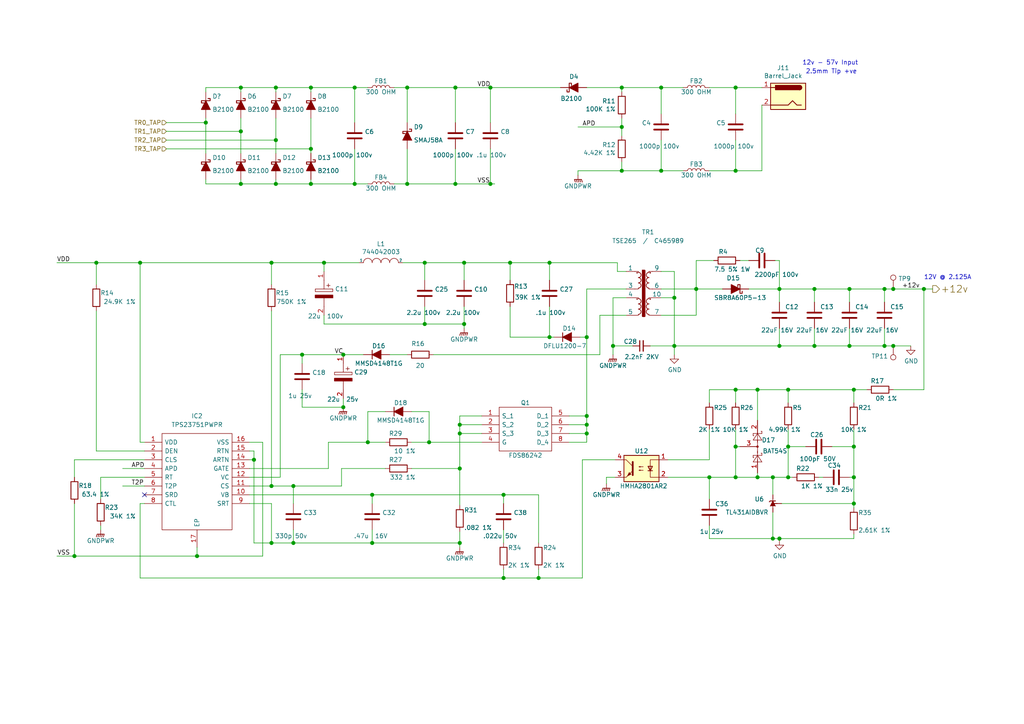
<source format=kicad_sch>
(kicad_sch (version 20210615) (generator eeschema)
  (paper "A4")
  (title_block (title "AP3000v3") (date "2020-10-27") (rev "1") (company "(c) ISis ImageStream Internet Solutions 2020") (comment 1 "www.imagestream.com"))
  (junction (at 21.59 161.29) (diameter 1.016))
  (junction (at 27.94 76.2) (diameter 1.016))
  (junction (at 40.64 76.2) (diameter 1.016))
  (junction (at 57.15 161.29) (diameter 1.016))
  (junction (at 59.69 35.56) (diameter 1.016))
  (junction (at 69.85 25.4) (diameter 1.016))
  (junction (at 69.85 38.1) (diameter 1.016))
  (junction (at 69.85 53.34) (diameter 1.016))
  (junction (at 73.66 133.35) (diameter 1.016))
  (junction (at 78.74 76.2) (diameter 1.016))
  (junction (at 78.74 140.97) (diameter 1.016))
  (junction (at 78.74 157.48) (diameter 1.016))
  (junction (at 80.01 25.4) (diameter 1.016))
  (junction (at 80.01 40.64) (diameter 1.016))
  (junction (at 80.01 53.34) (diameter 1.016))
  (junction (at 85.09 140.97) (diameter 1.016))
  (junction (at 85.09 157.48) (diameter 1.016))
  (junction (at 87.63 102.87) (diameter 1.016))
  (junction (at 90.17 25.4) (diameter 1.016))
  (junction (at 90.17 43.18) (diameter 1.016))
  (junction (at 90.17 53.34) (diameter 1.016))
  (junction (at 93.98 76.2) (diameter 1.016))
  (junction (at 99.568 102.87) (diameter 1.016))
  (junction (at 99.568 118.11) (diameter 1.016))
  (junction (at 102.87 25.4) (diameter 1.016))
  (junction (at 102.87 53.34) (diameter 1.016))
  (junction (at 106.68 128.27) (diameter 1.016))
  (junction (at 107.95 143.51) (diameter 1.016))
  (junction (at 107.95 157.48) (diameter 1.016))
  (junction (at 118.11 25.4) (diameter 1.016))
  (junction (at 118.11 53.34) (diameter 1.016))
  (junction (at 123.19 76.2) (diameter 1.016))
  (junction (at 123.19 93.98) (diameter 1.016))
  (junction (at 124.46 128.27) (diameter 1.016))
  (junction (at 132.08 25.4) (diameter 1.016))
  (junction (at 132.08 53.34) (diameter 1.016))
  (junction (at 133.35 123.19) (diameter 1.016))
  (junction (at 133.35 125.73) (diameter 1.016))
  (junction (at 133.35 135.89) (diameter 1.016))
  (junction (at 133.35 157.48) (diameter 1.016))
  (junction (at 134.62 76.2) (diameter 1.016))
  (junction (at 134.62 93.98) (diameter 1.016))
  (junction (at 142.24 25.4) (diameter 1.016))
  (junction (at 142.24 53.34) (diameter 1.016))
  (junction (at 146.05 143.51) (diameter 1.016))
  (junction (at 146.05 167.64) (diameter 1.016))
  (junction (at 147.955 76.2) (diameter 1.016))
  (junction (at 156.21 167.64) (diameter 1.016))
  (junction (at 159.385 76.2) (diameter 1.016))
  (junction (at 159.385 97.79) (diameter 1.016))
  (junction (at 170.18 97.79) (diameter 1.016))
  (junction (at 170.18 120.65) (diameter 1.016))
  (junction (at 170.18 123.19) (diameter 1.016))
  (junction (at 170.18 125.73) (diameter 1.016))
  (junction (at 177.8 100.33) (diameter 1.016))
  (junction (at 180.34 25.4) (diameter 1.016))
  (junction (at 180.34 36.83) (diameter 1.016))
  (junction (at 180.34 49.53) (diameter 1.016))
  (junction (at 191.77 25.4) (diameter 1.016))
  (junction (at 191.77 49.53) (diameter 1.016))
  (junction (at 195.58 86.36) (diameter 1.016))
  (junction (at 195.58 100.33) (diameter 1.016))
  (junction (at 201.93 83.82) (diameter 1.016))
  (junction (at 205.74 138.43) (diameter 1.016))
  (junction (at 213.36 25.4) (diameter 1.016))
  (junction (at 213.36 49.53) (diameter 1.016))
  (junction (at 213.36 113.03) (diameter 1.016))
  (junction (at 213.36 129.54) (diameter 1.016))
  (junction (at 213.36 138.43) (diameter 1.016))
  (junction (at 219.71 113.03) (diameter 1.016))
  (junction (at 219.71 138.43) (diameter 1.016))
  (junction (at 224.155 138.43) (diameter 1.016))
  (junction (at 224.155 156.21) (diameter 1.016))
  (junction (at 226.06 83.82) (diameter 1.016))
  (junction (at 226.06 100.33) (diameter 1.016))
  (junction (at 226.06 156.21) (diameter 1.016))
  (junction (at 228.6 113.03) (diameter 1.016))
  (junction (at 228.6 129.54) (diameter 1.016))
  (junction (at 228.6 138.43) (diameter 1.016))
  (junction (at 236.22 83.82) (diameter 1.016))
  (junction (at 236.22 100.33) (diameter 1.016))
  (junction (at 246.38 83.82) (diameter 1.016))
  (junction (at 246.38 100.33) (diameter 1.016))
  (junction (at 247.65 113.03) (diameter 1.016))
  (junction (at 247.65 129.54) (diameter 1.016))
  (junction (at 247.65 138.43) (diameter 1.016))
  (junction (at 247.65 146.05) (diameter 1.016))
  (junction (at 256.54 83.82) (diameter 1.016))
  (junction (at 256.54 100.33) (diameter 1.016))
  (junction (at 259.08 83.82) (diameter 1.016))
  (junction (at 259.08 100.33) (diameter 1.016))
  (junction (at 267.97 83.82) (diameter 1.016))
  (no_connect (at 41.91 143.51))
  (wire (pts (xy 16.51 76.2) (xy 27.94 76.2)))
  (wire (pts (xy 16.51 161.29) (xy 21.59 161.29)))
  (wire (pts (xy 21.59 133.35) (xy 41.91 133.35)))
  (wire (pts (xy 21.59 138.43) (xy 21.59 133.35)))
  (wire (pts (xy 21.59 146.05) (xy 21.59 161.29)))
  (wire (pts (xy 21.59 161.29) (xy 57.15 161.29)))
  (wire (pts (xy 27.94 76.2) (xy 27.94 82.55)))
  (wire (pts (xy 27.94 76.2) (xy 40.64 76.2)))
  (wire (pts (xy 27.94 90.17) (xy 27.94 130.81)))
  (wire (pts (xy 27.94 130.81) (xy 41.91 130.81)))
  (wire (pts (xy 29.21 138.43) (xy 41.91 138.43)))
  (wire (pts (xy 29.21 144.78) (xy 29.21 138.43)))
  (wire (pts (xy 29.21 152.4) (xy 29.21 153.67)))
  (wire (pts (xy 35.56 135.89) (xy 41.91 135.89)))
  (wire (pts (xy 35.56 140.97) (xy 41.91 140.97)))
  (wire (pts (xy 40.64 76.2) (xy 78.74 76.2)))
  (wire (pts (xy 40.64 128.27) (xy 40.64 76.2)))
  (wire (pts (xy 40.64 167.64) (xy 40.64 146.05)))
  (wire (pts (xy 41.91 128.27) (xy 40.64 128.27)))
  (wire (pts (xy 41.91 146.05) (xy 40.64 146.05)))
  (wire (pts (xy 48.26 35.56) (xy 59.69 35.56)))
  (wire (pts (xy 48.26 38.1) (xy 69.85 38.1)))
  (wire (pts (xy 48.26 40.64) (xy 80.01 40.64)))
  (wire (pts (xy 48.26 43.18) (xy 90.17 43.18)))
  (wire (pts (xy 57.15 161.29) (xy 57.15 158.75)))
  (wire (pts (xy 59.69 25.4) (xy 69.85 25.4)))
  (wire (pts (xy 59.69 26.67) (xy 59.69 25.4)))
  (wire (pts (xy 59.69 35.56) (xy 59.69 34.29)))
  (wire (pts (xy 59.69 35.56) (xy 59.69 44.45)))
  (wire (pts (xy 59.69 52.07) (xy 59.69 53.34)))
  (wire (pts (xy 59.69 53.34) (xy 69.85 53.34)))
  (wire (pts (xy 69.85 25.4) (xy 69.85 26.67)))
  (wire (pts (xy 69.85 25.4) (xy 80.01 25.4)))
  (wire (pts (xy 69.85 34.29) (xy 69.85 38.1)))
  (wire (pts (xy 69.85 38.1) (xy 69.85 44.45)))
  (wire (pts (xy 69.85 52.07) (xy 69.85 53.34)))
  (wire (pts (xy 69.85 53.34) (xy 80.01 53.34)))
  (wire (pts (xy 72.39 128.27) (xy 76.2 128.27)))
  (wire (pts (xy 72.39 133.35) (xy 73.66 133.35)))
  (wire (pts (xy 72.39 138.43) (xy 81.28 138.43)))
  (wire (pts (xy 72.39 143.51) (xy 107.95 143.51)))
  (wire (pts (xy 72.39 146.05) (xy 78.74 146.05)))
  (wire (pts (xy 73.66 130.81) (xy 72.39 130.81)))
  (wire (pts (xy 73.66 133.35) (xy 73.66 130.81)))
  (wire (pts (xy 73.66 133.35) (xy 73.66 157.48)))
  (wire (pts (xy 73.66 157.48) (xy 78.74 157.48)))
  (wire (pts (xy 76.2 128.27) (xy 76.2 161.29)))
  (wire (pts (xy 76.2 161.29) (xy 57.15 161.29)))
  (wire (pts (xy 78.74 76.2) (xy 78.74 82.55)))
  (wire (pts (xy 78.74 76.2) (xy 93.98 76.2)))
  (wire (pts (xy 78.74 90.17) (xy 78.74 140.97)))
  (wire (pts (xy 78.74 140.97) (xy 72.39 140.97)))
  (wire (pts (xy 78.74 140.97) (xy 85.09 140.97)))
  (wire (pts (xy 78.74 146.05) (xy 78.74 157.48)))
  (wire (pts (xy 80.01 25.4) (xy 80.01 26.67)))
  (wire (pts (xy 80.01 25.4) (xy 90.17 25.4)))
  (wire (pts (xy 80.01 34.29) (xy 80.01 40.64)))
  (wire (pts (xy 80.01 40.64) (xy 80.01 44.45)))
  (wire (pts (xy 80.01 52.07) (xy 80.01 53.34)))
  (wire (pts (xy 80.01 53.34) (xy 90.17 53.34)))
  (wire (pts (xy 81.28 102.87) (xy 87.63 102.87)))
  (wire (pts (xy 81.28 138.43) (xy 81.28 102.87)))
  (wire (pts (xy 85.09 140.97) (xy 85.09 146.05)))
  (wire (pts (xy 85.09 153.67) (xy 85.09 157.48)))
  (wire (pts (xy 85.09 157.48) (xy 78.74 157.48)))
  (wire (pts (xy 85.09 157.48) (xy 107.95 157.48)))
  (wire (pts (xy 87.63 102.87) (xy 87.63 105.41)))
  (wire (pts (xy 87.63 102.87) (xy 99.568 102.87)))
  (wire (pts (xy 87.63 113.03) (xy 87.63 118.11)))
  (wire (pts (xy 87.63 118.11) (xy 99.568 118.11)))
  (wire (pts (xy 90.17 25.4) (xy 90.17 26.67)))
  (wire (pts (xy 90.17 25.4) (xy 102.87 25.4)))
  (wire (pts (xy 90.17 34.29) (xy 90.17 43.18)))
  (wire (pts (xy 90.17 43.18) (xy 90.17 44.45)))
  (wire (pts (xy 90.17 52.07) (xy 90.17 53.34)))
  (wire (pts (xy 90.17 53.34) (xy 102.87 53.34)))
  (wire (pts (xy 93.98 76.2) (xy 93.98 78.74)))
  (wire (pts (xy 93.98 76.2) (xy 104.14 76.2)))
  (wire (pts (xy 93.98 93.98) (xy 93.98 91.44)))
  (wire (pts (xy 93.98 93.98) (xy 123.19 93.98)))
  (wire (pts (xy 95.25 128.27) (xy 106.68 128.27)))
  (wire (pts (xy 95.25 135.89) (xy 72.39 135.89)))
  (wire (pts (xy 95.25 135.89) (xy 95.25 128.27)))
  (wire (pts (xy 99.06 135.89) (xy 99.06 140.97)))
  (wire (pts (xy 99.06 140.97) (xy 85.09 140.97)))
  (wire (pts (xy 99.568 102.87) (xy 105.41 102.87)))
  (wire (pts (xy 99.568 115.57) (xy 99.568 118.11)))
  (wire (pts (xy 102.87 25.4) (xy 102.87 35.56)))
  (wire (pts (xy 102.87 25.4) (xy 106.68 25.4)))
  (wire (pts (xy 102.87 43.18) (xy 102.87 53.34)))
  (wire (pts (xy 102.87 53.34) (xy 106.68 53.34)))
  (wire (pts (xy 106.68 119.38) (xy 106.68 128.27)))
  (wire (pts (xy 106.68 128.27) (xy 111.76 128.27)))
  (wire (pts (xy 107.95 143.51) (xy 107.95 146.05)))
  (wire (pts (xy 107.95 143.51) (xy 146.05 143.51)))
  (wire (pts (xy 107.95 153.67) (xy 107.95 157.48)))
  (wire (pts (xy 107.95 157.48) (xy 133.35 157.48)))
  (wire (pts (xy 111.76 119.38) (xy 106.68 119.38)))
  (wire (pts (xy 111.76 135.89) (xy 99.06 135.89)))
  (wire (pts (xy 113.03 102.87) (xy 118.11 102.87)))
  (wire (pts (xy 114.3 25.4) (xy 118.11 25.4)))
  (wire (pts (xy 116.84 76.2) (xy 123.19 76.2)))
  (wire (pts (xy 118.11 25.4) (xy 118.11 35.56)))
  (wire (pts (xy 118.11 25.4) (xy 132.08 25.4)))
  (wire (pts (xy 118.11 43.18) (xy 118.11 53.34)))
  (wire (pts (xy 118.11 53.34) (xy 114.3 53.34)))
  (wire (pts (xy 119.38 119.38) (xy 124.46 119.38)))
  (wire (pts (xy 119.38 128.27) (xy 124.46 128.27)))
  (wire (pts (xy 119.38 135.89) (xy 133.35 135.89)))
  (wire (pts (xy 123.19 76.2) (xy 123.19 81.28)))
  (wire (pts (xy 123.19 76.2) (xy 134.62 76.2)))
  (wire (pts (xy 123.19 93.98) (xy 123.19 88.9)))
  (wire (pts (xy 123.19 93.98) (xy 134.62 93.98)))
  (wire (pts (xy 124.46 119.38) (xy 124.46 128.27)))
  (wire (pts (xy 124.46 128.27) (xy 139.7 128.27)))
  (wire (pts (xy 132.08 25.4) (xy 142.24 25.4)))
  (wire (pts (xy 132.08 35.56) (xy 132.08 25.4)))
  (wire (pts (xy 132.08 43.18) (xy 132.08 53.34)))
  (wire (pts (xy 132.08 53.34) (xy 118.11 53.34)))
  (wire (pts (xy 132.08 53.34) (xy 142.24 53.34)))
  (wire (pts (xy 133.35 120.65) (xy 133.35 123.19)))
  (wire (pts (xy 133.35 120.65) (xy 139.7 120.65)))
  (wire (pts (xy 133.35 123.19) (xy 133.35 125.73)))
  (wire (pts (xy 133.35 123.19) (xy 139.7 123.19)))
  (wire (pts (xy 133.35 125.73) (xy 133.35 135.89)))
  (wire (pts (xy 133.35 125.73) (xy 139.7 125.73)))
  (wire (pts (xy 133.35 135.89) (xy 133.35 146.558)))
  (wire (pts (xy 133.35 154.178) (xy 133.35 157.48)))
  (wire (pts (xy 133.35 157.48) (xy 133.35 158.75)))
  (wire (pts (xy 134.62 76.2) (xy 147.955 76.2)))
  (wire (pts (xy 134.62 81.28) (xy 134.62 76.2)))
  (wire (pts (xy 134.62 93.98) (xy 134.62 88.9)))
  (wire (pts (xy 134.62 93.98) (xy 134.62 95.25)))
  (wire (pts (xy 142.24 25.4) (xy 142.24 35.56)))
  (wire (pts (xy 142.24 25.4) (xy 162.56 25.4)))
  (wire (pts (xy 142.24 43.18) (xy 142.24 53.34)))
  (wire (pts (xy 142.24 53.34) (xy 143.51 53.34)))
  (wire (pts (xy 146.05 146.05) (xy 146.05 143.51)))
  (wire (pts (xy 146.05 153.67) (xy 146.05 157.48)))
  (wire (pts (xy 146.05 167.64) (xy 40.64 167.64)))
  (wire (pts (xy 146.05 167.64) (xy 146.05 165.1)))
  (wire (pts (xy 147.955 76.2) (xy 147.955 81.28)))
  (wire (pts (xy 147.955 88.9) (xy 147.955 97.79)))
  (wire (pts (xy 147.955 97.79) (xy 159.385 97.79)))
  (wire (pts (xy 156.21 143.51) (xy 146.05 143.51)))
  (wire (pts (xy 156.21 157.48) (xy 156.21 143.51)))
  (wire (pts (xy 156.21 165.1) (xy 156.21 167.64)))
  (wire (pts (xy 156.21 167.64) (xy 146.05 167.64)))
  (wire (pts (xy 159.385 76.2) (xy 147.955 76.2)))
  (wire (pts (xy 159.385 81.28) (xy 159.385 76.2)))
  (wire (pts (xy 159.385 97.79) (xy 159.385 88.9)))
  (wire (pts (xy 159.385 97.79) (xy 160.655 97.79)))
  (wire (pts (xy 165.1 120.65) (xy 170.18 120.65)))
  (wire (pts (xy 165.1 123.19) (xy 170.18 123.19)))
  (wire (pts (xy 165.1 125.73) (xy 170.18 125.73)))
  (wire (pts (xy 165.1 128.27) (xy 170.18 128.27)))
  (wire (pts (xy 167.64 36.83) (xy 180.34 36.83)))
  (wire (pts (xy 167.64 49.53) (xy 167.64 50.8)))
  (wire (pts (xy 167.64 49.53) (xy 180.34 49.53)))
  (wire (pts (xy 168.91 133.35) (xy 168.91 167.64)))
  (wire (pts (xy 168.91 167.64) (xy 156.21 167.64)))
  (wire (pts (xy 170.18 83.82) (xy 170.18 97.79)))
  (wire (pts (xy 170.18 83.82) (xy 181.61 83.82)))
  (wire (pts (xy 170.18 97.79) (xy 168.275 97.79)))
  (wire (pts (xy 170.18 97.79) (xy 170.18 120.65)))
  (wire (pts (xy 170.18 120.65) (xy 170.18 123.19)))
  (wire (pts (xy 170.18 123.19) (xy 170.18 125.73)))
  (wire (pts (xy 170.18 128.27) (xy 170.18 125.73)))
  (wire (pts (xy 173.99 91.44) (xy 173.99 102.87)))
  (wire (pts (xy 173.99 91.44) (xy 181.61 91.44)))
  (wire (pts (xy 173.99 102.87) (xy 125.73 102.87)))
  (wire (pts (xy 175.895 138.43) (xy 175.895 140.335)))
  (wire (pts (xy 177.8 86.36) (xy 177.8 100.33)))
  (wire (pts (xy 177.8 86.36) (xy 181.61 86.36)))
  (wire (pts (xy 177.8 100.33) (xy 177.8 102.87)))
  (wire (pts (xy 177.8 100.33) (xy 183.515 100.33)))
  (wire (pts (xy 178.435 133.35) (xy 168.91 133.35)))
  (wire (pts (xy 178.435 138.43) (xy 175.895 138.43)))
  (wire (pts (xy 179.07 76.2) (xy 159.385 76.2)))
  (wire (pts (xy 179.07 78.74) (xy 179.07 76.2)))
  (wire (pts (xy 180.34 25.4) (xy 170.18 25.4)))
  (wire (pts (xy 180.34 25.4) (xy 180.34 26.67)))
  (wire (pts (xy 180.34 34.29) (xy 180.34 36.83)))
  (wire (pts (xy 180.34 36.83) (xy 180.34 39.37)))
  (wire (pts (xy 180.34 46.99) (xy 180.34 49.53)))
  (wire (pts (xy 180.34 49.53) (xy 191.77 49.53)))
  (wire (pts (xy 181.61 78.74) (xy 179.07 78.74)))
  (wire (pts (xy 188.595 100.33) (xy 195.58 100.33)))
  (wire (pts (xy 191.77 25.4) (xy 180.34 25.4)))
  (wire (pts (xy 191.77 25.4) (xy 191.77 33.02)))
  (wire (pts (xy 191.77 40.64) (xy 191.77 49.53)))
  (wire (pts (xy 191.77 49.53) (xy 198.12 49.53)))
  (wire (pts (xy 191.77 78.74) (xy 195.58 78.74)))
  (wire (pts (xy 191.77 83.82) (xy 201.93 83.82)))
  (wire (pts (xy 191.77 86.36) (xy 195.58 86.36)))
  (wire (pts (xy 191.77 91.44) (xy 201.93 91.44)))
  (wire (pts (xy 193.675 138.43) (xy 205.74 138.43)))
  (wire (pts (xy 195.58 78.74) (xy 195.58 86.36)))
  (wire (pts (xy 195.58 86.36) (xy 195.58 100.33)))
  (wire (pts (xy 195.58 100.33) (xy 195.58 102.87)))
  (wire (pts (xy 195.58 100.33) (xy 226.06 100.33)))
  (wire (pts (xy 198.12 25.4) (xy 191.77 25.4)))
  (wire (pts (xy 201.93 75.565) (xy 201.93 83.82)))
  (wire (pts (xy 201.93 83.82) (xy 201.93 91.44)))
  (wire (pts (xy 201.93 83.82) (xy 209.55 83.82)))
  (wire (pts (xy 205.74 113.03) (xy 205.74 116.84)))
  (wire (pts (xy 205.74 113.03) (xy 213.36 113.03)))
  (wire (pts (xy 205.74 124.46) (xy 205.74 133.35)))
  (wire (pts (xy 205.74 133.35) (xy 193.675 133.35)))
  (wire (pts (xy 205.74 138.43) (xy 205.74 144.78)))
  (wire (pts (xy 205.74 138.43) (xy 213.36 138.43)))
  (wire (pts (xy 205.74 152.4) (xy 205.74 156.21)))
  (wire (pts (xy 205.74 156.21) (xy 224.155 156.21)))
  (wire (pts (xy 207.01 75.565) (xy 201.93 75.565)))
  (wire (pts (xy 213.36 25.4) (xy 205.74 25.4)))
  (wire (pts (xy 213.36 25.4) (xy 213.36 33.02)))
  (wire (pts (xy 213.36 40.64) (xy 213.36 49.53)))
  (wire (pts (xy 213.36 49.53) (xy 205.74 49.53)))
  (wire (pts (xy 213.36 113.03) (xy 219.71 113.03)))
  (wire (pts (xy 213.36 116.84) (xy 213.36 113.03)))
  (wire (pts (xy 213.36 124.46) (xy 213.36 129.54)))
  (wire (pts (xy 213.36 129.54) (xy 213.36 138.43)))
  (wire (pts (xy 213.36 129.54) (xy 214.63 129.54)))
  (wire (pts (xy 213.36 138.43) (xy 219.71 138.43)))
  (wire (pts (xy 214.63 75.565) (xy 217.17 75.565)))
  (wire (pts (xy 217.17 83.82) (xy 226.06 83.82)))
  (wire (pts (xy 219.71 113.03) (xy 219.71 121.92)))
  (wire (pts (xy 219.71 113.03) (xy 228.6 113.03)))
  (wire (pts (xy 219.71 137.16) (xy 219.71 138.43)))
  (wire (pts (xy 219.71 138.43) (xy 224.155 138.43)))
  (wire (pts (xy 220.98 25.4) (xy 213.36 25.4)))
  (wire (pts (xy 220.98 30.48) (xy 220.98 49.53)))
  (wire (pts (xy 220.98 49.53) (xy 213.36 49.53)))
  (wire (pts (xy 224.155 138.43) (xy 224.155 143.51)))
  (wire (pts (xy 224.155 138.43) (xy 228.6 138.43)))
  (wire (pts (xy 224.155 148.59) (xy 224.155 156.21)))
  (wire (pts (xy 224.155 156.21) (xy 226.06 156.21)))
  (wire (pts (xy 224.79 75.565) (xy 226.06 75.565)))
  (wire (pts (xy 226.06 75.565) (xy 226.06 83.82)))
  (wire (pts (xy 226.06 83.82) (xy 226.06 87.63)))
  (wire (pts (xy 226.06 83.82) (xy 236.22 83.82)))
  (wire (pts (xy 226.06 95.25) (xy 226.06 100.33)))
  (wire (pts (xy 226.06 100.33) (xy 236.22 100.33)))
  (wire (pts (xy 226.06 156.21) (xy 226.06 156.845)))
  (wire (pts (xy 226.695 146.05) (xy 247.65 146.05)))
  (wire (pts (xy 228.6 113.03) (xy 228.6 116.84)))
  (wire (pts (xy 228.6 113.03) (xy 247.65 113.03)))
  (wire (pts (xy 228.6 124.46) (xy 228.6 129.54)))
  (wire (pts (xy 228.6 129.54) (xy 228.6 138.43)))
  (wire (pts (xy 229.87 138.43) (xy 228.6 138.43)))
  (wire (pts (xy 233.68 129.54) (xy 228.6 129.54)))
  (wire (pts (xy 236.22 83.82) (xy 236.22 87.63)))
  (wire (pts (xy 236.22 83.82) (xy 246.38 83.82)))
  (wire (pts (xy 236.22 95.25) (xy 236.22 100.33)))
  (wire (pts (xy 236.22 100.33) (xy 246.38 100.33)))
  (wire (pts (xy 237.49 138.43) (xy 238.76 138.43)))
  (wire (pts (xy 241.3 129.54) (xy 247.65 129.54)))
  (wire (pts (xy 246.38 83.82) (xy 246.38 87.63)))
  (wire (pts (xy 246.38 83.82) (xy 256.54 83.82)))
  (wire (pts (xy 246.38 95.25) (xy 246.38 100.33)))
  (wire (pts (xy 246.38 100.33) (xy 256.54 100.33)))
  (wire (pts (xy 246.38 138.43) (xy 247.65 138.43)))
  (wire (pts (xy 247.65 113.03) (xy 247.65 116.84)))
  (wire (pts (xy 247.65 113.03) (xy 251.46 113.03)))
  (wire (pts (xy 247.65 124.46) (xy 247.65 129.54)))
  (wire (pts (xy 247.65 129.54) (xy 247.65 138.43)))
  (wire (pts (xy 247.65 138.43) (xy 247.65 146.05)))
  (wire (pts (xy 247.65 146.05) (xy 247.65 147.32)))
  (wire (pts (xy 247.65 154.94) (xy 247.65 156.21)))
  (wire (pts (xy 247.65 156.21) (xy 226.06 156.21)))
  (wire (pts (xy 256.54 83.82) (xy 256.54 87.63)))
  (wire (pts (xy 256.54 83.82) (xy 259.08 83.82)))
  (wire (pts (xy 256.54 95.25) (xy 256.54 100.33)))
  (wire (pts (xy 256.54 100.33) (xy 259.08 100.33)))
  (wire (pts (xy 259.08 83.82) (xy 267.97 83.82)))
  (wire (pts (xy 259.08 100.33) (xy 264.16 100.33)))
  (wire (pts (xy 259.08 113.03) (xy 267.97 113.03)))
  (wire (pts (xy 267.97 83.82) (xy 270.51 83.82)))
  (wire (pts (xy 267.97 113.03) (xy 267.97 83.82)))
  (text "2.5mm Tip +ve" (at 233.68 21.59 0) (effects (font (size 1.27 1.27)) (justify left bottom)))
  (text "12v - 57v Input" (at 248.92 19.05 180) (effects (font (size 1.27 1.27)) (justify right bottom)))
  (text "12V @ 2.125A" (at 267.97 81.28 0) (effects (font (size 1.27 1.27)) (justify left bottom)))
  (label "VDD" (at 20.32 76.2 180))
  (label "VSS" (at 20.32 161.29 180))
  (label "APD" (at 38.1 135.89 0))
  (label "T2P" (at 38.1 140.97 0))
  (label "VC" (at 99.568 102.87 180))
  (label "VDD" (at 138.43 25.4 0))
  (label "VSS" (at 138.43 53.34 0))
  (label "APD" (at 172.72 36.83 180))
  (label "+12v" (at 261.62 83.82 0))
  (hierarchical_label "TR0_TAP" (shape input) (at 48.26 35.56 180))
  (hierarchical_label "TR1_TAP" (shape input) (at 48.26 38.1 180))
  (hierarchical_label "TR2_TAP" (shape input) (at 48.26 40.64 180))
  (hierarchical_label "TR3_TAP" (shape input) (at 48.26 43.18 180))
  (hierarchical_label "+12v" (shape output) (at 270.51 83.82 0) (effects (font (size 2.007 2.007))))
  (symbol (lib_id "power:GNDPWR") (at 29.21 153.67 0) (unit 1)
    (property "Reference" "#PWR0122" (effects hide))
    (property "Value" "GNDPWR" (at 29.21 156.845 0))
  )
  (symbol (lib_id "power:GNDPWR") (at 99.568 118.11 0) (unit 1)
    (property "Reference" "#PWR0116" (effects hide))
    (property "Value" "GNDPWR" (at 99.568 121.285 0))
  )
  (symbol (lib_id "power:GNDPWR") (at 133.35 158.75 0) (unit 1)
    (property "Reference" "#PWR0128" (effects hide))
    (property "Value" "GNDPWR" (at 133.35 161.925 0))
  )
  (symbol (lib_id "power:GNDPWR") (at 134.62 95.25 0) (unit 1)
    (property "Reference" "#PWR0129" (effects hide))
    (property "Value" "GNDPWR" (at 134.62 98.425 0))
  )
  (symbol (lib_id "power:GNDPWR") (at 167.64 50.8 0) (mirror y) (unit 1)
    (property "Reference" "#PWR0135" (effects hide))
    (property "Value" "GNDPWR" (at 167.64 53.975 0))
  )
  (symbol (lib_id "power:GNDPWR") (at 175.895 140.335 0) (unit 1)
    (property "Reference" "#PWR0117" (effects hide))
    (property "Value" "GNDPWR" (at 175.895 143.51 0))
  )
  (symbol (lib_id "power:GNDPWR") (at 177.8 102.87 0) (unit 1)
    (property "Reference" "#PWR0112" (effects hide))
    (property "Value" "GNDPWR" (at 177.8 106.045 0))
  )
  (symbol (lib_id "Connector:TestPoint") (at 259.08 83.82 0) (unit 1)
    (property "Reference" "TP9" (at 260.5532 80.8228 0) (effects (justify left)))
    (property "Value" "TestPoint" (effects hide))
    (property "Footprint" "TestPoint:TestPoint_Keystone_5000-5004_Miniature" (effects hide))
    (property "Field4" "nf" (effects hide))
    (property "Field5" "nf" (effects hide))
    (property "Field6" "nf" (effects hide))
    (property "Field7" "nf" (effects hide))
    (property "PartsBoxID" "5001" (effects hide))
  )
  (symbol (lib_id "Connector:TestPoint") (at 259.08 100.33 180) (unit 1)
    (property "Reference" "TP11" (at 257.6068 103.3272 0) (effects (justify left)))
    (property "Value" "TestPoint" (effects hide))
    (property "Footprint" "TestPoint:TestPoint_Keystone_5000-5004_Miniature" (effects hide))
    (property "Field4" "nf" (effects hide))
    (property "Field5" "nf" (effects hide))
    (property "Field6" "nf" (effects hide))
    (property "Field7" "nf" (effects hide))
    (property "PartsBoxID" "5001" (effects hide))
  )
  (symbol (lib_id "power:GND") (at 195.58 102.87 0) (unit 1)
    (property "Reference" "#PWR0115" (effects hide))
    (property "Value" "GND" (at 195.707 107.2642 0))
  )
  (symbol (lib_id "power:GND") (at 226.06 156.845 0) (unit 1)
    (property "Reference" "#PWR0121" (effects hide))
    (property "Value" "GND" (at 226.187 161.2392 0))
  )
  (symbol (lib_id "power:GND") (at 264.16 100.33 0) (unit 1)
    (property "Reference" "#PWR0124" (effects hide))
    (property "Value" "GND" (at 264.287 104.7242 0))
  )
  (symbol (lib_id "Device:L") (at 110.49 25.4 90) (unit 1)
    (property "Reference" "FB1" (at 110.49 23.495 90))
    (property "Value" "300 OHM" (at 110.49 26.67 90))
    (property "Footprint" "Inductor_SMD:L_0805_2012Metric" (effects hide))
    (property "PartsBoxID" "742792641" (effects hide))
    (property "LCSC" "C56066" (effects hide))
  )
  (symbol (lib_id "Device:L") (at 110.49 53.34 90) (unit 1)
    (property "Reference" "FB4" (at 110.49 51.435 90))
    (property "Value" "300 OHM" (at 110.49 54.61 90))
    (property "Footprint" "Inductor_SMD:L_0805_2012Metric" (effects hide))
    (property "PartsBoxID" "742792641" (effects hide))
    (property "LCSC" "C56066" (effects hide))
  )
  (symbol (lib_id "Device:L") (at 201.93 25.4 270) (mirror x) (unit 1)
    (property "Reference" "FB2" (at 201.93 23.495 90))
    (property "Value" "300 OHM" (at 201.93 26.67 90))
    (property "Footprint" "Inductor_SMD:L_0805_2012Metric" (effects hide))
    (property "PartsBoxID" "742792641" (effects hide))
    (property "LCSC" "C56066" (effects hide))
  )
  (symbol (lib_id "Device:L") (at 201.93 49.53 270) (mirror x) (unit 1)
    (property "Reference" "FB3" (at 201.93 47.625 90))
    (property "Value" "300 OHM" (at 201.93 50.8 90))
    (property "Footprint" "Inductor_SMD:L_0805_2012Metric" (effects hide))
    (property "PartsBoxID" "742792641" (effects hide))
    (property "LCSC" "C56066" (effects hide))
  )
  (symbol (lib_id "Device:R") (at 21.59 142.24 0) (mirror y) (unit 1)
    (property "Reference" "R18" (at 26.67 140.843 0) (effects (justify left)))
    (property "Value" "63.4 1%" (at 31.75 143.383 0) (effects (justify left)))
    (property "Footprint" "Resistor_SMD:R_0603_1608Metric" (effects hide))
    (property "Part Description" "Resistor 63.4 0402 1% 100mW" (effects hide))
    (property "PartsBoxID" "0603-63.4-1%-100mW" (effects hide))
    (property "LCSC" "C23223" (effects hide))
  )
  (symbol (lib_id "Device:R") (at 27.94 86.36 0) (mirror y) (unit 1)
    (property "Reference" "R14" (at 33.02 84.963 0) (effects (justify left)))
    (property "Value" "24.9K 1%" (at 39.37 87.503 0) (effects (justify left)))
    (property "Footprint" "Resistor_SMD:R_0603_1608Metric" (effects hide))
    (property "Part Description" "Resistor 24.9K 0603 .1% 63mW" (effects hide))
    (property "PartsBoxID" "0603-24.9K-1%" (effects hide))
    (property "LCSC" "C25962" (effects hide))
  )
  (symbol (lib_id "Device:R") (at 29.21 148.59 0) (mirror y) (unit 1)
    (property "Reference" "R23" (at 34.29 147.193 0) (effects (justify left)))
    (property "Value" "34K 1%" (at 39.37 149.733 0) (effects (justify left)))
    (property "Footprint" "Resistor_SMD:R_0603_1608Metric" (effects hide))
    (property "Field6" "CRCW040248K7FKED" (effects hide))
    (property "Part Description" "Resistor 34K 0402 1% 63mW" (effects hide))
    (property "PartsBoxID" "0603-34K-1%" (effects hide))
    (property "LCSC" "C23008" (effects hide))
  )
  (symbol (lib_id "Device:R") (at 78.74 86.36 0) (mirror y) (unit 1)
    (property "Reference" "R15" (at 83.82 84.963 0) (effects (justify left)))
    (property "Value" "750K 1%" (at 88.9 87.503 0) (effects (justify left)))
    (property "Footprint" "Resistor_SMD:R_0603_1608Metric" (effects hide))
    (property "Part Description" "Resistor 750K 0402 1% 63mW" (effects hide))
    (property "PartsBoxID" "0603-750K-1%" (effects hide))
    (property "LCSC" "C23240" (effects hide))
  )
  (symbol (lib_id "Device:R") (at 115.57 128.27 90) (mirror x) (unit 1)
    (property "Reference" "R29" (at 116.713 125.73 90) (effects (justify left)))
    (property "Value" "10 1%" (at 120.523 130.81 90) (effects (justify left)))
    (property "Footprint" "Resistor_SMD:R_0603_1608Metric" (effects hide))
    (property "Part Description" "Resistor 43.2 0402 1% 63mW" (effects hide))
    (property "PartsBoxID" "CRCW060310R0JNEA" (effects hide))
    (property "LCSC" "C22859" (effects hide))
  )
  (symbol (lib_id "Device:R") (at 115.57 135.89 90) (mirror x) (unit 1)
    (property "Reference" "R27" (at 116.713 133.35 90) (effects (justify left)))
    (property "Value" "332 1%" (at 120.523 138.43 90) (effects (justify left)))
    (property "Footprint" "Resistor_SMD:R_0603_1608Metric" (effects hide))
    (property "Part Description" "Resistor 332 0402 1% 63mW" (effects hide))
    (property "PartsBoxID" "0603-332-1%" (effects hide))
    (property "LCSC" "C23007" (effects hide))
  )
  (symbol (lib_id "Device:R") (at 121.92 102.87 90) (unit 1)
    (property "Reference" "R16" (at 123.19 99.695 90) (effects (justify left)))
    (property "Value" "20" (at 123.19 106.045 90) (effects (justify left)))
    (property "Footprint" "Resistor_SMD:R_0805_2012Metric" (effects hide))
    (property "PartsBoxID" "CRCW080520R0JNEA" (effects hide))
    (property "MPN" "-" (effects hide))
    (property "SPR" "-" (effects hide))
    (property "SPN" "-" (effects hide))
    (property "SPURL" "-" (effects hide))
    (property "LCSC" "C17544" (effects hide))
  )
  (symbol (lib_id "Device:R") (at 133.35 150.368 0) (mirror x) (unit 1)
    (property "Reference" "R31" (at 134.62 147.955 0) (effects (justify left)))
    (property "Value" ".082 1%" (at 134.62 153.035 0) (effects (justify left)))
    (property "Footprint" "Resistor_SMD:R_1206_3216Metric" (effects hide))
    (property "PartsBoxID" "KDV12FR082ET" (effects hide))
    (property "LCSC" "C247543" (effects hide))
  )
  (symbol (lib_id "Device:R") (at 146.05 161.29 0) (mirror x) (unit 1)
    (property "Reference" "R34" (at 147.32 158.877 0) (effects (justify left)))
    (property "Value" "2K 1%" (at 147.32 163.957 0) (effects (justify left)))
    (property "Footprint" "Resistor_SMD:R_0603_1608Metric" (effects hide))
    (property "PartsBoxID" "0603-2K-1%" (effects hide))
    (property "LCSC" "C22975" (effects hide))
  )
  (symbol (lib_id "Device:R") (at 147.955 85.09 0) (mirror y) (unit 1)
    (property "Reference" "R13" (at 153.035 83.058 0) (effects (justify left)))
    (property "Value" "39K 1%" (at 156.845 86.233 0) (effects (justify left)))
    (property "Footprint" "Resistor_SMD:R_0805_2012Metric" (effects hide))
    (property "Part Description" "Resistor 39K 0805 1% 250mW" (effects hide))
    (property "PartsBoxID" "0805-39K-1%-250mW" (effects hide))
    (property "LCSC" "C25826" (effects hide))
  )
  (symbol (lib_id "Device:R") (at 156.21 161.29 0) (mirror x) (unit 1)
    (property "Reference" "R24" (at 157.48 158.877 0) (effects (justify left)))
    (property "Value" "2K 1%" (at 157.48 163.957 0) (effects (justify left)))
    (property "Footprint" "Resistor_SMD:R_0603_1608Metric" (effects hide))
    (property "PartsBoxID" "0603-2K-1%" (effects hide))
    (property "LCSC" "C22975" (effects hide))
  )
  (symbol (lib_id "Device:R") (at 180.34 30.48 0) (mirror y) (unit 1)
    (property "Reference" "R11" (at 178.562 29.3116 0) (effects (justify left)))
    (property "Value" "100K 1%" (at 178.562 31.623 0) (effects (justify left)))
    (property "Footprint" "Resistor_SMD:R_0603_1608Metric" (effects hide))
    (property "Part Description" "Resistor 100K 0402 1% 63mW" (effects hide))
    (property "PartsBoxID" "0603-100K-1%" (effects hide))
    (property "LCSC" "C25803" (effects hide))
  )
  (symbol (lib_id "Device:R") (at 180.34 43.18 0) (mirror y) (unit 1)
    (property "Reference" "R12" (at 178.562 42.0116 0) (effects (justify left)))
    (property "Value" "4.42K 1%" (at 178.562 44.323 0) (effects (justify left)))
    (property "Footprint" "Resistor_SMD:R_0603_1608Metric" (effects hide))
    (property "PartsBoxID" "0603-4.42K-1%" (effects hide))
    (property "LCSC" "C23043" (effects hide))
  )
  (symbol (lib_id "Device:R") (at 205.74 120.65 0) (mirror x) (unit 1)
    (property "Reference" "R25" (at 207.01 118.237 0) (effects (justify left)))
    (property "Value" "2K 1%" (at 202.565 124.587 0) (effects (justify left)))
    (property "Footprint" "Resistor_SMD:R_0603_1608Metric" (effects hide))
    (property "PartsBoxID" "0603-2K-1%" (effects hide))
    (property "LCSC" "C22975" (effects hide))
  )
  (symbol (lib_id "Device:R") (at 210.82 75.565 270) (mirror x) (unit 1)
    (property "Reference" "R4" (at 208.407 73.025 90) (effects (justify left)))
    (property "Value" "7.5 5% 1W" (at 207.137 78.105 90) (effects (justify left)))
    (property "Footprint" "Resistor_SMD:R_2512_6332Metric" (effects hide))
    (property "Part Description" "Resistor 7.5 2512 5% 1W" (effects hide))
    (property "PartsBoxID" "CRCW25127R50JNEG" (effects hide))
    (property "LCSC" "C35217" (effects hide))
  )
  (symbol (lib_id "Device:R") (at 213.36 120.65 0) (mirror x) (unit 1)
    (property "Reference" "R26" (at 214.63 118.237 0) (effects (justify left)))
    (property "Value" "10K 1%" (at 209.55 124.587 0) (effects (justify left)))
    (property "Footprint" "Resistor_SMD:R_0603_1608Metric" (effects hide))
    (property "Part Description" "Resistor 10K 0402 1% 63mW" (effects hide))
    (property "PartsBoxID" "0603-10K-1%" (effects hide))
    (property "LCSC" "C25804" (effects hide))
  )
  (symbol (lib_id "Device:R") (at 228.6 120.65 0) (mirror x) (unit 1)
    (property "Reference" "R5" (at 229.87 118.237 0) (effects (justify left)))
    (property "Value" "4.99K 1%" (at 222.885 124.587 0) (effects (justify left)))
    (property "Footprint" "Resistor_SMD:R_0603_1608Metric" (effects hide))
    (property "PartsBoxID" "CRCW06034K99FKEA" (effects hide))
    (property "LCSC" "C23046" (effects hide))
  )
  (symbol (lib_id "Device:R") (at 233.68 138.43 90) (mirror x) (unit 1)
    (property "Reference" "R22" (at 234.823 135.89 90) (effects (justify left)))
    (property "Value" "1K 1%" (at 238.633 140.97 90) (effects (justify left)))
    (property "Footprint" "Resistor_SMD:R_0603_1608Metric" (effects hide))
    (property "PartsBoxID" "0603-1K-1%" (effects hide))
    (property "LCSC" "C21190" (effects hide))
  )
  (symbol (lib_id "Device:R") (at 247.65 120.65 0) (mirror x) (unit 1)
    (property "Reference" "R21" (at 248.92 118.237 0) (effects (justify left)))
    (property "Value" "10K 1%" (at 243.84 124.587 0) (effects (justify left)))
    (property "Footprint" "Resistor_SMD:R_0603_1608Metric" (effects hide))
    (property "Part Description" "Resistor 10K 0402 1% 63mW" (effects hide))
    (property "PartsBoxID" "0603-10K-1%" (effects hide))
    (property "LCSC" "C25804" (effects hide))
  )
  (symbol (lib_id "Device:R") (at 247.65 151.13 0) (mirror x) (unit 1)
    (property "Reference" "R35" (at 248.92 148.717 0) (effects (justify left)))
    (property "Value" "2.61K 1%" (at 248.92 153.797 0) (effects (justify left)))
    (property "Footprint" "Resistor_SMD:R_0603_1608Metric" (effects hide))
    (property "PartsBoxID" "0603-2.61K-1%" (effects hide))
    (property "LCSC" "C22942" (effects hide))
  )
  (symbol (lib_id "Device:R") (at 255.27 113.03 90) (mirror x) (unit 1)
    (property "Reference" "R17" (at 256.413 110.49 90) (effects (justify left)))
    (property "Value" "0R 1%" (at 260.223 115.57 90) (effects (justify left)))
    (property "Footprint" "Resistor_SMD:R_0603_1608Metric" (effects hide))
    (property "Part Description" "Resistor 49.9 0402 1% 63mW" (effects hide))
    (property "PartsBoxID" "0603-0R-1%" (effects hide))
    (property "LCSC" "C21189" (effects hide))
  )
  (symbol (lib_id "Device:C_Small") (at 186.055 100.33 90) (unit 1)
    (property "Reference" "C28" (at 184.785 99.06 90) (effects (justify left)))
    (property "Value" "2.2nF 2KV" (at 191.135 103.505 90) (effects (justify left)))
    (property "Footprint" "Capacitor_SMD:C_1210_3225Metric" (effects hide))
    (property "PartsBoxID" "1210-2.2nF-X7R-2KV" (effects hide))
    (property "MPN" "-" (effects hide))
    (property "SPR" "-" (effects hide))
    (property "SPN" "-" (effects hide))
    (property "SPURL" "-" (effects hide))
    (property "LCSC" "C173219" (effects hide))
  )
  (symbol (lib_id "pspice:INDUCTOR") (at 110.49 76.2 0) (unit 1)
    (property "Reference" "L1" (at 110.49 70.739 0))
    (property "Value" "744042003" (at 110.49 73.0504 0))
    (property "Footprint" "Scott:WE-TPC_4818_482892-744042003" (effects hide))
    (property "PartsBoxID" "744042003" (effects hide))
  )
  (symbol (lib_id "Device:D_Schottky_ALT") (at 59.69 30.48 270) (unit 1)
    (property "Reference" "D?" (at 61.595 27.94 90) (effects (justify left)))
    (property "Value" "B2100" (at 61.595 31.75 90) (effects (justify left)))
    (property "Footprint" "Diode_SMD:D_SMA" (effects hide))
    (property "Datasheet" "https://www.mouser.com/datasheet/2/115/B270AE-B280AE-B290AE-B2100AE-B270BE-B280BE-B290BE--1142497.pdf" (effects hide))
    (property "PartsBoxID" "B2100AE-13" (effects hide))
    (property "LCSC" "C526416" (effects hide))
  )
  (symbol (lib_id "Device:D_Schottky_ALT") (at 59.69 48.26 270) (unit 1)
    (property "Reference" "D10" (at 61.595 45.72 90) (effects (justify left)))
    (property "Value" "B2100" (at 61.595 49.53 90) (effects (justify left)))
    (property "Footprint" "Diode_SMD:D_SMA" (effects hide))
    (property "Datasheet" "https://www.mouser.com/datasheet/2/115/B270AE-B280AE-B290AE-B2100AE-B270BE-B280BE-B290BE--1142497.pdf" (effects hide))
    (property "PartsBoxID" "B2100AE-13" (effects hide))
    (property "LCSC" "C526416" (effects hide))
  )
  (symbol (lib_id "Device:D_Schottky_ALT") (at 69.85 30.48 270) (unit 1)
    (property "Reference" "D6" (at 71.755 27.94 90) (effects (justify left)))
    (property "Value" "B2100" (at 71.755 31.75 90) (effects (justify left)))
    (property "Footprint" "Diode_SMD:D_SMA" (effects hide))
    (property "Datasheet" "https://www.mouser.com/datasheet/2/115/B270AE-B280AE-B290AE-B2100AE-B270BE-B280BE-B290BE--1142497.pdf" (effects hide))
    (property "PartsBoxID" "B2100AE-13" (effects hide))
    (property "LCSC" "C526416" (effects hide))
  )
  (symbol (lib_id "Device:D_Schottky_ALT") (at 69.85 48.26 270) (unit 1)
    (property "Reference" "D11" (at 71.755 45.72 90) (effects (justify left)))
    (property "Value" "B2100" (at 71.755 49.53 90) (effects (justify left)))
    (property "Footprint" "Diode_SMD:D_SMA" (effects hide))
    (property "Datasheet" "https://www.mouser.com/datasheet/2/115/B270AE-B280AE-B290AE-B2100AE-B270BE-B280BE-B290BE--1142497.pdf" (effects hide))
    (property "PartsBoxID" "B2100AE-13" (effects hide))
    (property "LCSC" "C526416" (effects hide))
  )
  (symbol (lib_id "Device:D_Schottky_ALT") (at 80.01 30.48 270) (unit 1)
    (property "Reference" "D7" (at 81.915 27.94 90) (effects (justify left)))
    (property "Value" "B2100" (at 81.915 31.75 90) (effects (justify left)))
    (property "Footprint" "Diode_SMD:D_SMA" (effects hide))
    (property "Datasheet" "https://www.mouser.com/datasheet/2/115/B270AE-B280AE-B290AE-B2100AE-B270BE-B280BE-B290BE--1142497.pdf" (effects hide))
    (property "PartsBoxID" "B2100AE-13" (effects hide))
    (property "LCSC" "C526416" (effects hide))
  )
  (symbol (lib_id "Device:D_Schottky_ALT") (at 80.01 48.26 270) (unit 1)
    (property "Reference" "D12" (at 81.915 45.72 90) (effects (justify left)))
    (property "Value" "B2100" (at 81.915 49.53 90) (effects (justify left)))
    (property "Footprint" "Diode_SMD:D_SMA" (effects hide))
    (property "Datasheet" "https://www.mouser.com/datasheet/2/115/B270AE-B280AE-B290AE-B2100AE-B270BE-B280BE-B290BE--1142497.pdf" (effects hide))
    (property "PartsBoxID" "B2100AE-13" (effects hide))
    (property "LCSC" "C526416" (effects hide))
  )
  (symbol (lib_id "Device:D_Schottky_ALT") (at 90.17 30.48 270) (unit 1)
    (property "Reference" "D8" (at 92.075 27.94 90) (effects (justify left)))
    (property "Value" "B2100" (at 92.075 31.75 90) (effects (justify left)))
    (property "Footprint" "Diode_SMD:D_SMA" (effects hide))
    (property "Datasheet" "https://www.mouser.com/datasheet/2/115/B270AE-B280AE-B290AE-B2100AE-B270BE-B280BE-B290BE--1142497.pdf" (effects hide))
    (property "PartsBoxID" "B2100AE-13" (effects hide))
    (property "LCSC" "C526416" (effects hide))
  )
  (symbol (lib_id "Device:D_Schottky_ALT") (at 90.17 48.26 270) (unit 1)
    (property "Reference" "D13" (at 92.075 45.72 90) (effects (justify left)))
    (property "Value" "B2100" (at 92.075 49.53 90) (effects (justify left)))
    (property "Footprint" "Diode_SMD:D_SMA" (effects hide))
    (property "Datasheet" "https://www.mouser.com/datasheet/2/115/B270AE-B280AE-B290AE-B2100AE-B270BE-B280BE-B290BE--1142497.pdf" (effects hide))
    (property "PartsBoxID" "B2100AE-13" (effects hide))
    (property "LCSC" "C526416" (effects hide))
  )
  (symbol (lib_id "Device:D_ALT") (at 109.22 102.87 0) (unit 1)
    (property "Reference" "D16" (at 109.855 100.33 0))
    (property "Value" "MMSD4148T1G" (at 109.855 105.41 0))
    (property "Footprint" "Diode_SMD:D_SOD-123" (effects hide))
    (property "PartsBoxID" "MMSD4148T1G" (effects hide))
    (property "LCSC" "C132796" (effects hide))
  )
  (symbol (lib_id "Device:D_ALT") (at 115.57 119.38 0) (unit 1)
    (property "Reference" "D18" (at 116.205 116.84 0))
    (property "Value" "MMSD4148T1G" (at 116.205 121.92 0))
    (property "Footprint" "Diode_SMD:D_SOD-123" (effects hide))
    (property "PartsBoxID" "MMSD4148T1G" (effects hide))
    (property "LCSC" "C132796" (effects hide))
  )
  (symbol (lib_id "Device:D_Schottky_ALT") (at 118.11 39.37 270) (unit 1)
    (property "Reference" "D9" (at 120.015 36.83 90) (effects (justify left)))
    (property "Value" "SMAJ58A" (at 120.015 40.64 90) (effects (justify left)))
    (property "Footprint" "Diode_SMD:D_SMA" (effects hide))
    (property "Datasheet" "https://componentsearchengine.com/Datasheets/2/SMAJ58A.pdf" (effects hide))
    (property "PartsBoxID" "SMAJ58A" (effects hide))
    (property "Height" "2.29" (effects hide))
    (property "Manufacturer_Name" "LITTELFUSE" (effects hide))
    (property "Manufacturer_Part_Number" "SMAJ58A" (effects hide))
    (property "Arrow Part Number" "SMAJ58A" (effects hide))
    (property "Arrow Price/Stock" "https://www.arrow.com/en/products/smaj58a/littelfuse" (effects hide))
    (property "Mouser Part Number" "576-SMAJ58A" (effects hide))
    (property "Mouser Price/Stock" "https://www.mouser.co.uk/ProductDetail/Littelfuse/SMAJ58A?qs=2VFNtWizgiepPOMiS0Encw%3D%3D" (effects hide))
    (property "LCSC" "C115922" (effects hide))
  )
  (symbol (lib_id "Device:D_ALT") (at 164.465 97.79 0) (unit 1)
    (property "Reference" "D14" (at 165.1 95.25 0))
    (property "Value" "DFLU1200-7" (at 163.83 100.33 0))
    (property "Footprint" "Diode_SMD:D_PowerDI-123" (effects hide))
    (property "PartsBoxID" "DFLU1200-7" (effects hide))
  )
  (symbol (lib_id "Device:D_Schottky_ALT") (at 166.37 25.4 0) (mirror x) (unit 1)
    (property "Reference" "D4" (at 165.1 22.225 0) (effects (justify left)))
    (property "Value" "B2100" (at 162.56 28.575 0) (effects (justify left)))
    (property "Footprint" "Diode_SMD:D_SMA" (effects hide))
    (property "Datasheet" "https://www.mouser.com/datasheet/2/115/B270AE-B280AE-B290AE-B2100AE-B270BE-B280BE-B290BE--1142497.pdf" (effects hide))
    (property "PartsBoxID" "B2100AE-13" (effects hide))
    (property "LCSC" "C526416" (effects hide))
  )
  (symbol (lib_id "Device:D_Schottky_ALT") (at 213.36 83.82 180) (unit 1)
    (property "Reference" "D15" (at 214.63 80.645 0) (effects (justify left)))
    (property "Value" "SBR8A60P5-13" (at 222.25 86.36 0) (effects (justify left)))
    (property "Footprint" "Diode_SMD:D_PowerDI-5" (effects hide))
    (property "PartsBoxID" "SBR8A60P5-13" (effects hide))
  )
  (symbol (lib_id "Reference_Voltage:TL431DBV") (at 224.155 146.05 270) (mirror x) (unit 1)
    (property "Reference" "U6" (at 221.615 144.78 90) (effects (justify right)))
    (property "Value" "TL431AIDBVR" (at 222.885 148.59 90) (effects (justify right)))
    (property "Footprint" "Package_TO_SOT_SMD:SOT-23-5" (effects hide))
    (property "Datasheet" "http://www.ti.com/lit/ds/symlink/tl431.pdf" (effects hide))
    (property "PartsBoxID" "TL431AIDBVR" (effects hide))
    (property "LCSC" "C144392" (effects hide))
  )
  (symbol (lib_id "Device:C") (at 85.09 149.86 0) (unit 1)
    (property "Reference" "C33" (at 88.011 148.6916 0) (effects (justify left)))
    (property "Value" "330p 50v" (at 79.756 155.448 0) (effects (justify left)))
    (property "Footprint" "Capacitor_SMD:C_0603_1608Metric" (effects hide))
    (property "Part Description" "330pF 10% or 20% 50V Ceramic Capacitor C0G 0603" (effects hide))
    (property "PartsBoxID" "0603-330pF-C0G-50V" (effects hide))
    (property "LCSC" "C1664" (effects hide))
  )
  (symbol (lib_id "Device:C") (at 87.63 109.22 0) (unit 1)
    (property "Reference" "C18" (at 90.551 108.0516 0) (effects (justify left)))
    (property "Value" "1u 25v" (at 83.566 114.808 0) (effects (justify left)))
    (property "Footprint" "Capacitor_SMD:C_0805_2012Metric" (effects hide))
    (property "Part Description" "C2012X5R1E105K" (effects hide))
    (property "PartsBoxID" "0805-1uF-X5R-25V" (effects hide))
    (property "LCSC" "C89190" (effects hide))
  )
  (symbol (lib_id "Device:C") (at 102.87 39.37 0) (unit 1)
    (property "Reference" "C6" (at 105.791 38.2016 0) (effects (justify left)))
    (property "Value" "1000p 100v" (at 96.266 44.958 0) (effects (justify left)))
    (property "Footprint" "Capacitor_SMD:C_0805_2012Metric" (effects hide))
    (property "Field4" "Digikey" (effects hide))
    (property "Field6" "CL21B102KCANNNC" (effects hide))
    (property "Field7" "Samsung Electro-Mechanics" (effects hide))
    (property "Part Description" "1000pF 10% or 20% 100V Ceramic Capacitor X7R 0805" (effects hide))
    (property "PartsBoxID" "0805-1000pF-X7R-100V" (effects hide))
    (property "LCSC" "C15177" (effects hide))
  )
  (symbol (lib_id "Device:C") (at 107.95 149.86 0) (unit 1)
    (property "Reference" "C32" (at 110.871 148.6916 0) (effects (justify left)))
    (property "Value" ".47u  16V" (at 102.616 155.448 0) (effects (justify left)))
    (property "Footprint" "Capacitor_SMD:C_0603_1608Metric" (effects hide))
    (property "Part Description" ".47uF 10% or 20% 16V Ceramic Capacitor X7R 0603" (effects hide))
    (property "PartsBoxID" "0603-.47uF-X7R-16V" (effects hide))
    (property "LCSC" "C1623" (effects hide))
  )
  (symbol (lib_id "Device:C") (at 123.19 85.09 0) (unit 1)
    (property "Reference" "C25" (at 126.111 83.9216 0) (effects (justify left)))
    (property "Value" "2.2u 100v" (at 117.856 90.678 0) (effects (justify left)))
    (property "Footprint" "Capacitor_SMD:C_1210_3225Metric" (effects hide))
    (property "PartsBoxID" "1210-2.2uF-X7R-100V" (effects hide))
    (property "LCSC" "C76685" (effects hide))
  )
  (symbol (lib_id "Device:C") (at 132.08 39.37 0) (unit 1)
    (property "Reference" "C7" (at 135.001 38.2016 0) (effects (justify left)))
    (property "Value" "1000p 100v" (at 125.476 44.958 0) (effects (justify left)))
    (property "Footprint" "Capacitor_SMD:C_0805_2012Metric" (effects hide))
    (property "Field4" "Digikey" (effects hide))
    (property "Field6" "CL21B102KCANNNC" (effects hide))
    (property "Field7" "Samsung Electro-Mechanics" (effects hide))
    (property "Part Description" "1000pF 10% or 20% 100V Ceramic Capacitor X7R 0805" (effects hide))
    (property "PartsBoxID" "0805-1000pF-X7R-100V" (effects hide))
    (property "LCSC" "C15177" (effects hide))
  )
  (symbol (lib_id "Device:C") (at 134.62 85.09 0) (unit 1)
    (property "Reference" "C10" (at 137.541 83.9216 0) (effects (justify left)))
    (property "Value" "2.2u 100v" (at 129.286 90.678 0) (effects (justify left)))
    (property "Footprint" "Capacitor_SMD:C_1210_3225Metric" (effects hide))
    (property "PartsBoxID" "1210-2.2uF-X7R-100V" (effects hide))
    (property "LCSC" "C76685" (effects hide))
  )
  (symbol (lib_id "Device:C") (at 142.24 39.37 0) (unit 1)
    (property "Reference" "C8" (at 145.161 38.2016 0) (effects (justify left)))
    (property "Value" ".1u 100v" (at 138.176 44.958 0) (effects (justify left)))
    (property "Footprint" "Capacitor_SMD:C_0603_1608Metric" (effects hide))
    (property "Part Description" ".1uF 10% or 20% 100V Ceramic Capacitor X7R 0603" (effects hide))
    (property "PartsBoxID" "0603-100nF-X7R-100V" (effects hide))
    (property "LCSC" "C15725" (effects hide))
  )
  (symbol (lib_id "Device:C") (at 146.05 149.86 0) (unit 1)
    (property "Reference" "C38" (at 148.971 148.6916 0) (effects (justify left)))
    (property "Value" ".022u 50v" (at 140.081 155.448 0) (effects (justify left)))
    (property "Footprint" "Capacitor_SMD:C_0603_1608Metric" (effects hide))
    (property "Part Description" ".022uF 10% or 20% 50V Ceramic Capacitor X7R 0603" (effects hide))
    (property "PartsBoxID" "0603-22nF-X7R-50V" (effects hide))
    (property "LCSC" "C21122" (effects hide))
  )
  (symbol (lib_id "Device:C") (at 159.385 85.09 0) (unit 1)
    (property "Reference" "C27" (at 162.306 83.9216 0) (effects (justify left)))
    (property "Value" ".1u 100v" (at 155.321 90.678 0) (effects (justify left)))
    (property "Footprint" "Capacitor_SMD:C_0603_1608Metric" (effects hide))
    (property "Part Description" ".1uF 10% or 20% 100V Ceramic Capacitor X7R 0603" (effects hide))
    (property "PartsBoxID" "0603-100nF-X7R-100V" (effects hide))
    (property "LCSC" "C15725" (effects hide))
  )
  (symbol (lib_id "Device:C") (at 191.77 36.83 0) (mirror y) (unit 1)
    (property "Reference" "C4" (at 188.849 35.6616 0) (effects (justify left)))
    (property "Value" "1000p 100v" (at 197.104 42.418 0) (effects (justify left)))
    (property "Footprint" "Capacitor_SMD:C_0805_2012Metric" (effects hide))
    (property "Field4" "Digikey" (effects hide))
    (property "Field6" "CL21B102KCANNNC" (effects hide))
    (property "Field7" "Samsung Electro-Mechanics" (effects hide))
    (property "Part Description" "1000pF 10% or 20% 100V Ceramic Capacitor X7R 0805" (effects hide))
    (property "PartsBoxID" "0805-1000pF-X7R-100V" (effects hide))
    (property "LCSC" "C15177" (effects hide))
  )
  (symbol (lib_id "Device:C") (at 205.74 148.59 0) (unit 1)
    (property "Reference" "C36" (at 207.391 146.1516 0) (effects (justify left)))
    (property "Value" "1u 25v" (at 202.946 154.178 0) (effects (justify left)))
    (property "Footprint" "Capacitor_SMD:C_0805_2012Metric" (effects hide))
    (property "PartsBoxID" "0805-1uF-X7R-25V" (effects hide))
    (property "LCSC" "C89190" (effects hide))
  )
  (symbol (lib_id "Device:C") (at 213.36 36.83 0) (mirror y) (unit 1)
    (property "Reference" "C5" (at 210.439 35.6616 0) (effects (justify left)))
    (property "Value" "1000p 100v" (at 218.694 42.418 0) (effects (justify left)))
    (property "Footprint" "Capacitor_SMD:C_0805_2012Metric" (effects hide))
    (property "Field4" "Digikey" (effects hide))
    (property "Field6" "CL21B102KCANNNC" (effects hide))
    (property "Field7" "Samsung Electro-Mechanics" (effects hide))
    (property "Part Description" "1000pF 10% or 20% 100V Ceramic Capacitor X7R 0805" (effects hide))
    (property "PartsBoxID" "0805-1000pF-X7R-100V" (effects hide))
    (property "LCSC" "C15177" (effects hide))
  )
  (symbol (lib_id "Device:C") (at 220.98 75.565 90) (unit 1)
    (property "Reference" "C9" (at 221.7166 72.644 90) (effects (justify left)))
    (property "Value" "2200pF 100v" (at 231.648 79.629 90) (effects (justify left)))
    (property "Footprint" "Capacitor_SMD:C_0603_1608Metric" (effects hide))
    (property "Part Description" "0603-2200pF-X7R-100V" (effects hide))
    (property "PartsBoxID" "0603-2200pF-X7R-100V" (effects hide))
    (property "LCSC" "C22423" (effects hide))
  )
  (symbol (lib_id "Device:C") (at 226.06 91.44 0) (unit 1)
    (property "Reference" "C12" (at 227.711 89.0016 0) (effects (justify left)))
    (property "Value" "22uF 16V" (at 220.726 95.758 0) (effects (justify left)))
    (property "Footprint" "Capacitor_SMD:C_1210_3225Metric" (effects hide))
    (property "Field4" "Mouser" (effects hide))
    (property "Part Description" "GCM32ER71C226KE19L" (effects hide))
    (property "PartsBoxID" "1210-22uF-X7R-16V" (effects hide))
    (property "LCSC" "C90146" (effects hide))
  )
  (symbol (lib_id "Device:C") (at 236.22 91.44 0) (unit 1)
    (property "Reference" "C13" (at 237.871 89.0016 0) (effects (justify left)))
    (property "Value" "22uF 16V" (at 230.886 95.758 0) (effects (justify left)))
    (property "Footprint" "Capacitor_SMD:C_1210_3225Metric" (effects hide))
    (property "Field4" "Mouser" (effects hide))
    (property "Part Description" "GCM32ER71C226KE19L" (effects hide))
    (property "PartsBoxID" "1210-22uF-X7R-16V" (effects hide))
    (property "LCSC" "C90146" (effects hide))
  )
  (symbol (lib_id "Device:C") (at 237.49 129.54 90) (mirror x) (unit 1)
    (property "Reference" "C26" (at 238.8616 126.111 90) (effects (justify left)))
    (property "Value" "100pF 50V" (at 242.443 133.096 90) (effects (justify left)))
    (property "Footprint" "Capacitor_SMD:C_0603_1608Metric" (effects hide))
    (property "PartsBoxID" "GRM1885C1H101JA01D" (effects hide))
    (property "LCSC" "C14858" (effects hide))
  )
  (symbol (lib_id "Device:C") (at 242.57 138.43 90) (mirror x) (unit 1)
    (property "Reference" "C34" (at 243.9416 135.001 90) (effects (justify left)))
    (property "Value" "33n 25v" (at 247.523 141.986 90) (effects (justify left)))
    (property "Footprint" "Capacitor_SMD:C_0603_1608Metric" (effects hide))
    (property "PartsBoxID" "0603-33nF-X7R-25V" (effects hide))
    (property "LCSC" "C21117" (effects hide))
  )
  (symbol (lib_id "Device:C") (at 246.38 91.44 0) (unit 1)
    (property "Reference" "C14" (at 248.031 89.0016 0) (effects (justify left)))
    (property "Value" "22uF 16V" (at 241.046 95.758 0) (effects (justify left)))
    (property "Footprint" "Capacitor_SMD:C_1210_3225Metric" (effects hide))
    (property "Field4" "Mouser" (effects hide))
    (property "Part Description" "GCM32ER71C226KE19L" (effects hide))
    (property "PartsBoxID" "1210-22uF-X7R-16V" (effects hide))
    (property "LCSC" "C90146" (effects hide))
  )
  (symbol (lib_id "Device:C") (at 256.54 91.44 0) (unit 1)
    (property "Reference" "C15" (at 258.191 89.0016 0) (effects (justify left)))
    (property "Value" "22uF 16V" (at 251.206 95.758 0) (effects (justify left)))
    (property "Footprint" "Capacitor_SMD:C_1210_3225Metric" (effects hide))
    (property "Field4" "Mouser" (effects hide))
    (property "Part Description" "GCM32ER71C226KE19L" (effects hide))
    (property "PartsBoxID" "1210-22uF-X7R-16V" (effects hide))
    (property "LCSC" "C90146" (effects hide))
  )
  (symbol (lib_id "AP3000-rescue:EEEFK2A330P-EEEFK2A330P") (at 93.98 78.74 270) (unit 1)
    (property "Reference" "C11" (at 97.155 83.82 90) (effects (justify left)))
    (property "Value" "22u  100v" (at 89.281 91.694 90) (effects (justify left)))
    (property "Footprint" "Capacitor_SMD:CP_Elec_8x10.5" (effects hide))
    (property "PartsBoxID" "EEE-FK2A220P" (effects hide))
    (property "Manufacturer_Name" "Panasonic" (effects hide))
    (property "LCSC" "C249491" (effects hide))
  )
  (symbol (lib_id "AP3000-rescue:EEEFK2A330P-EEEFK2A330P") (at 99.568 102.87 270) (unit 1)
    (property "Reference" "C29" (at 102.743 107.95 90) (effects (justify left)))
    (property "Value" "22u  25v" (at 94.869 115.824 90) (effects (justify left)))
    (property "Footprint" "Capacitor_SMD:CP_Elec_5x5.8" (effects hide))
    (property "PartsBoxID" "EEEFK1E220R" (effects hide))
    (property "Manufacturer_Name" "Panasonic" (effects hide))
    (property "LCSC" "C336292" (effects hide))
  )
  (symbol (lib_id "Connector:Barrel_Jack") (at 228.6 27.94 0) (mirror y) (unit 1)
    (property "Reference" "J11" (at 227.1522 19.685 0))
    (property "Value" "Barrel_Jack" (at 227.1522 21.9964 0))
    (property "Footprint" "Connector_BarrelJack:BarrelJack_Horizontal" (effects hide))
    (property "PartsBoxID" "BJ-2.5MM" (effects hide))
  )
  (symbol (lib_id "Diode:BAT54S") (at 219.71 129.54 270) (mirror x) (unit 1)
    (property "Reference" "D17" (at 222.885 127.635 90))
    (property "Value" "BAT54S" (at 224.79 130.81 90))
    (property "Footprint" "Package_TO_SOT_SMD:SOT-23" (effects hide))
    (property "Datasheet" "https://www.diodes.com/assets/Datasheets/ds11005.pdf" (effects hide))
    (property "PartsBoxID" "BAT54SW-7-F" (effects hide))
    (property "LCSC" "C47546" (effects hide))
  )
  (symbol (lib_id "Isolator:TCMT1107") (at 186.055 135.89 0) (mirror y) (unit 1)
    (property "Reference" "U12" (at 186.055 130.81 0))
    (property "Value" "HMHA2801AR2" (at 186.69 140.97 0))
    (property "Footprint" "Package_SO:SOP-4_4.4x2.6mm_P1.27mm" (effects hide))
    (property "Datasheet" "https://datasheet.lcsc.com/szlcsc/1811061119_ON-Semiconductor-HMHA2801AR2_C258257.pdf" (effects hide))
    (property "PartsBoxID" "HMHA2801AR2" (effects hide))
    (property "LCSC" "C258257" (effects hide))
  )
  (symbol (lib_id "Scott:Transformer_TNK_TSE265") (at 186.69 86.36 0) (unit 1)
    (property "Reference" "TR1" (at 187.96 67.31 0))
    (property "Value" "TSE265  /  C465989" (at 187.96 69.85 0))
    (property "Footprint" "Scott:Transformer_TNK_TSE265" (effects hide))
    (property "PartsBoxID" "TSE265" (effects hide))
    (property "LCSC" "C465989" (effects hide))
  )
  (symbol (lib_id "BSC190N15NS3GATMA1:BSC190N15NS3GATMA1") (at 139.7 120.65 0) (unit 1)
    (property "Reference" "Q1" (at 152.4 116.84 0))
    (property "Value" "FDS86242" (at 152.4 132.08 0))
    (property "Footprint" "Package_SO:SO-8_3.9x4.9mm_P1.27mm" (effects hide))
    (property "PartsBoxID" "FDS86242" (effects hide))
    (property "LCSC" "C113197" (effects hide))
  )
  (symbol (lib_id "AP3000:TPS23751PWPR") (at 41.91 128.27 0) (unit 1)
    (property "Reference" "IC2" (at 57.15 120.65 0))
    (property "Value" "TPS23751PWPR" (at 57.15 123.19 0))
    (property "Footprint" "Scott:HTSSOP-16-1EP_4.4x5mm_P0.65mm_EP3.4x5mm_Mask2.46x2.31mm_ThermalVias" (effects hide))
    (property "Datasheet" "http://www.ti.com/lit/gpn/TPS23751" (effects hide))
    (property "Description" "IEEE 802.3at PoE Interface With Flyback DC-DC Controller" (effects hide))
    (property "Height" "1.2" (effects hide))
    (property "Manufacturer_Name" "Texas Instruments" (effects hide))
    (property "Manufacturer_Part_Number" "TPS23751PWPR" (effects hide))
    (property "Arrow Part Number" "TPS23751PWPR" (effects hide))
    (property "Arrow Price/Stock" "https://www.arrow.com/en/products/tps23751pwpr/texas-instruments" (effects hide))
    (property "Mouser Part Number" "595-TPS23751PWPR" (effects hide))
    (property "Mouser Price/Stock" "https://www.mouser.co.uk/ProductDetail/Texas-Instruments/TPS23751PWPR?qs=4whTb%2F0XQMhC5fpQN%2F16Ag%3D%3D" (effects hide))
    (property "PartsBoxID" "TPS23751PWPR" (effects hide))
  )
)
</source>
